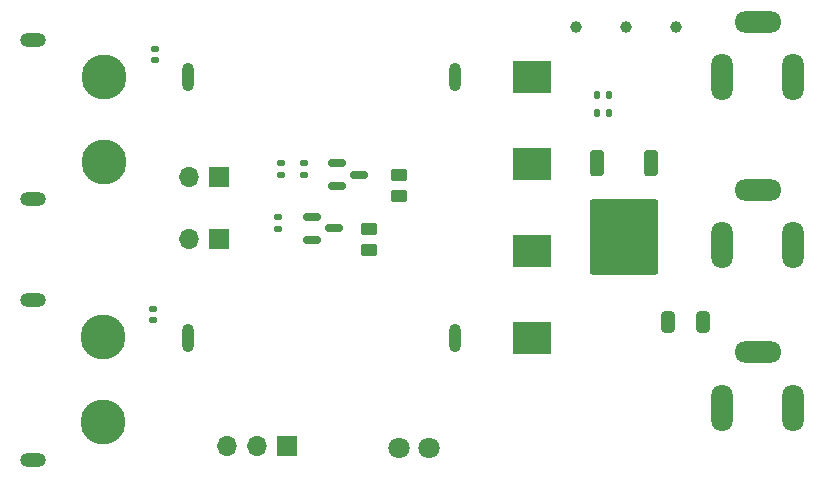
<source format=gbr>
%TF.GenerationSoftware,KiCad,Pcbnew,7.0.2*%
%TF.CreationDate,2023-07-03T14:04:12+02:00*%
%TF.ProjectId,Power Distribution,506f7765-7220-4446-9973-747269627574,V0*%
%TF.SameCoordinates,Original*%
%TF.FileFunction,Soldermask,Top*%
%TF.FilePolarity,Negative*%
%FSLAX46Y46*%
G04 Gerber Fmt 4.6, Leading zero omitted, Abs format (unit mm)*
G04 Created by KiCad (PCBNEW 7.0.2) date 2023-07-03 14:04:12*
%MOMM*%
%LPD*%
G01*
G04 APERTURE LIST*
G04 Aperture macros list*
%AMRoundRect*
0 Rectangle with rounded corners*
0 $1 Rounding radius*
0 $2 $3 $4 $5 $6 $7 $8 $9 X,Y pos of 4 corners*
0 Add a 4 corners polygon primitive as box body*
4,1,4,$2,$3,$4,$5,$6,$7,$8,$9,$2,$3,0*
0 Add four circle primitives for the rounded corners*
1,1,$1+$1,$2,$3*
1,1,$1+$1,$4,$5*
1,1,$1+$1,$6,$7*
1,1,$1+$1,$8,$9*
0 Add four rect primitives between the rounded corners*
20,1,$1+$1,$2,$3,$4,$5,0*
20,1,$1+$1,$4,$5,$6,$7,0*
20,1,$1+$1,$6,$7,$8,$9,0*
20,1,$1+$1,$8,$9,$2,$3,0*%
G04 Aperture macros list end*
%ADD10R,1.700000X1.700000*%
%ADD11O,1.700000X1.700000*%
%ADD12RoundRect,0.250000X0.450000X-0.262500X0.450000X0.262500X-0.450000X0.262500X-0.450000X-0.262500X0*%
%ADD13RoundRect,0.135000X0.185000X-0.135000X0.185000X0.135000X-0.185000X0.135000X-0.185000X-0.135000X0*%
%ADD14C,1.000000*%
%ADD15RoundRect,0.140000X0.170000X-0.140000X0.170000X0.140000X-0.170000X0.140000X-0.170000X-0.140000X0*%
%ADD16O,1.800000X4.000000*%
%ADD17O,4.000000X1.800000*%
%ADD18R,3.300000X2.700000*%
%ADD19RoundRect,0.135000X-0.135000X-0.185000X0.135000X-0.185000X0.135000X0.185000X-0.135000X0.185000X0*%
%ADD20RoundRect,0.135000X-0.185000X0.135000X-0.185000X-0.135000X0.185000X-0.135000X0.185000X0.135000X0*%
%ADD21C,3.800000*%
%ADD22O,2.200000X1.200000*%
%ADD23RoundRect,0.150000X-0.587500X-0.150000X0.587500X-0.150000X0.587500X0.150000X-0.587500X0.150000X0*%
%ADD24RoundRect,0.250000X-0.450000X0.262500X-0.450000X-0.262500X0.450000X-0.262500X0.450000X0.262500X0*%
%ADD25RoundRect,0.250000X0.325000X0.650000X-0.325000X0.650000X-0.325000X-0.650000X0.325000X-0.650000X0*%
%ADD26O,1.000000X2.400000*%
%ADD27C,1.800000*%
%ADD28RoundRect,0.140000X-0.140000X-0.170000X0.140000X-0.170000X0.140000X0.170000X-0.140000X0.170000X0*%
%ADD29RoundRect,0.250000X-0.350000X0.850000X-0.350000X-0.850000X0.350000X-0.850000X0.350000X0.850000X0*%
%ADD30RoundRect,0.249997X-2.650003X2.950003X-2.650003X-2.950003X2.650003X-2.950003X2.650003X2.950003X0*%
G04 APERTURE END LIST*
D10*
%TO.C,J8*%
X212250000Y-116750000D03*
D11*
X209710000Y-116750000D03*
%TD*%
D12*
%TO.C,R4*%
X225000000Y-122912500D03*
X225000000Y-121087500D03*
%TD*%
D13*
%TO.C,R2*%
X217510000Y-116585045D03*
X217510000Y-115565045D03*
%TD*%
D14*
%TO.C,TP1*%
X242500000Y-104000000D03*
%TD*%
D15*
%TO.C,C2*%
X206666547Y-128816180D03*
X206666547Y-127856180D03*
%TD*%
D16*
%TO.C,J3*%
X254866000Y-108266000D03*
X260866000Y-108266000D03*
D17*
X257866000Y-103562000D03*
%TD*%
D16*
%TO.C,J5*%
X254866000Y-136266000D03*
X260866000Y-136266000D03*
D17*
X257866000Y-131562000D03*
%TD*%
D18*
%TO.C,D1*%
X238740250Y-115624818D03*
X238740250Y-108252818D03*
%TD*%
D19*
%TO.C,R1*%
X244288077Y-109781977D03*
X245308077Y-109781977D03*
%TD*%
D20*
%TO.C,R5*%
X217256575Y-120118774D03*
X217256575Y-121138774D03*
%TD*%
D21*
%TO.C,J1*%
X202489656Y-115439131D03*
X202489656Y-108239131D03*
D22*
X196489656Y-105089131D03*
X196489656Y-118589131D03*
%TD*%
D23*
%TO.C,Q3*%
X222250000Y-115575045D03*
X222250000Y-117475045D03*
X224125000Y-116525045D03*
%TD*%
D24*
%TO.C,R6*%
X227520259Y-116544387D03*
X227520259Y-118369387D03*
%TD*%
D25*
%TO.C,C4*%
X253225000Y-129000000D03*
X250275000Y-129000000D03*
%TD*%
D14*
%TO.C,TP3*%
X251000000Y-104000000D03*
%TD*%
D26*
%TO.C,F1*%
X209624001Y-108250000D03*
X232250001Y-108250000D03*
%TD*%
D18*
%TO.C,D2*%
X238740250Y-122957784D03*
X238740250Y-130329784D03*
%TD*%
D16*
%TO.C,J4*%
X254866000Y-122516000D03*
X260866000Y-122516000D03*
D17*
X257866000Y-117812000D03*
%TD*%
D15*
%TO.C,C1*%
X206841547Y-106816904D03*
X206841547Y-105856904D03*
%TD*%
D27*
%TO.C,J7*%
X230042746Y-139683984D03*
X227540746Y-139683984D03*
%TD*%
D14*
%TO.C,TP2*%
X246750000Y-104000000D03*
%TD*%
D21*
%TO.C,J2*%
X202485688Y-137490965D03*
X202485688Y-130290965D03*
D22*
X196485688Y-127140965D03*
X196485688Y-140640965D03*
%TD*%
D10*
%TO.C,J9*%
X212250000Y-122000000D03*
D11*
X209710000Y-122000000D03*
%TD*%
D20*
%TO.C,R3*%
X219500000Y-115565045D03*
X219500000Y-116585045D03*
%TD*%
D23*
%TO.C,Q1*%
X220125000Y-120125045D03*
X220125000Y-122025045D03*
X222000000Y-121075045D03*
%TD*%
D26*
%TO.C,F2*%
X209624000Y-130324463D03*
X232250000Y-130324463D03*
%TD*%
D28*
%TO.C,C3*%
X244298077Y-111281977D03*
X245258077Y-111281977D03*
%TD*%
D10*
%TO.C,J6*%
X218000000Y-139500000D03*
D11*
X215460000Y-139500000D03*
X212920000Y-139500000D03*
%TD*%
D29*
%TO.C,Q2*%
X248859852Y-115528981D03*
D30*
X246579852Y-121828981D03*
D29*
X244299852Y-115528981D03*
%TD*%
M02*

</source>
